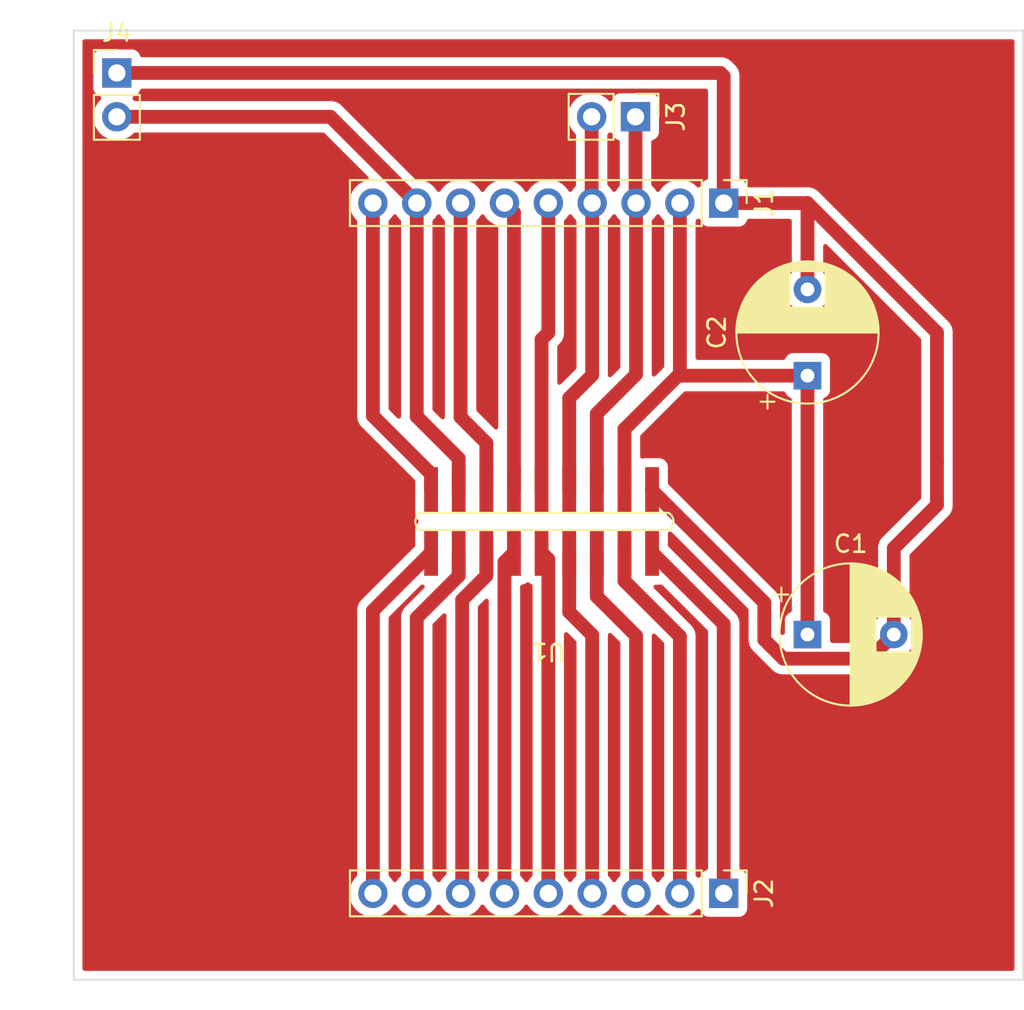
<source format=kicad_pcb>
(kicad_pcb (version 20211014) (generator pcbnew)
  (layers (0 "F.Cu" signal) (31 "B.Cu" signal) (34 "B.Paste" user) (35 "F.Paste" user) (36 "B.SilkS" user "B.Silkscreen") (37 "F.SilkS" user "F.Silkscreen") (38 "B.Mask" user) (39 "F.Mask" user) (44 "Edge.Cuts" user))
  (net 0 "")
  (net 1 "/VDD")
  (net 2 "/GND")
  (net 3 "/TXD")
  (net 4 "/RXD")
  (net 5 "/GPIO13")
  (net 6 "/GPIO15")
  (net 7 "/GPIO2")
  (net 8 "/GPIO0")
  (net 9 "/EN")
  (net 10 "/RST")
  (net 11 "/GPIO16")
  (net 12 "/ADC")
  (net 13 "/GPIO14")
  (net 14 "/GPIO12")
  (net 15 "/GPIO5")
  (net 16 "/GPIO10")
  (net 17 "/GPIO9")
  (net 18 "/GPIO4")
  (footprint "esp01m:ESP_01M" (layer "F.Cu") (at 175 75 180)
    (fp_text reference "U1" (at 0 -6 180 unlocked) (layer "F.SilkS"))
    (fp_text value "ESP_01m")
    (fp_line (start -6.95 2.05) (end 7.45 2.05) (layer "F.SilkS") (width 0.12))
    (fp_line (start -6.95 1.05) (end 7.45 1.05) (layer "F.SilkS") (width 0.12))
    (fp_arc (start -6.95 2.05) (mid -7.242955 1.55) (end -6.95 1.05) (layer "F.SilkS") (width 0.12))
    (fp_arc (start 7.45 1.05) (mid 7.710327 1.55) (end 7.45 2.05) (layer "F.SilkS") (width 0.12))
    (pad "1" smd custom (at -6 3.35 180) (size 0.8 2.7) (layers "F.Cu" "F.Paste" "F.Mask") (net 2 "/GND") (options (clearance outline) (anchor rect)) (primitives))
    (pad "2" smd custom (at -4.4 3.35 180) (size 0.8 2.7) (layers "F.Cu" "F.Paste" "F.Mask") (net 1 "/VDD") (options (clearance outline) (anchor rect)) (primitives))
    (pad "3" smd custom (at -2.8 3.35 180) (size 0.8 2.7) (layers "F.Cu" "F.Paste" "F.Mask") (net 3 "/TXD") (options (clearance outline) (anchor rect)) (primitives))
    (pad "4" smd custom (at -1.2 3.35 180) (size 0.8 2.7) (layers "F.Cu" "F.Paste" "F.Mask") (net 4 "/RXD") (options (clearance outline) (anchor rect)) (primitives))
    (pad "5" smd custom (at 0.4 3.35 180) (size 0.8 2.7) (layers "F.Cu" "F.Paste" "F.Mask") (net 5 "/GPIO13") (options (clearance outline) (anchor rect)) (primitives))
    (pad "6" smd custom (at 2 3.35 180) (size 0.8 2.7) (layers "F.Cu" "F.Paste" "F.Mask") (net 6 "/GPIO15") (options (clearance outline) (anchor rect)) (primitives))
    (pad "7" smd custom (at 3.6 3.35 180) (size 0.8 2.7) (layers "F.Cu" "F.Paste" "F.Mask") (net 7 "/GPIO2") (options (clearance outline) (anchor rect)) (primitives))
    (pad "8" smd custom (at 5.2 3.35 180) (size 0.8 2.7) (layers "F.Cu" "F.Paste" "F.Mask") (net 8 "/GPIO0") (options (clearance outline) (anchor rect)) (primitives))
    (pad "9" smd custom (at 6.8 3.35 180) (size 0.8 2.7) (layers "F.Cu" "F.Paste" "F.Mask") (net 9 "/EN") (options (clearance outline) (anchor rect)) (primitives))
    (pad "10" smd custom (at 6.8 -0.25 180) (size 0.8 2.7) (layers "F.Cu" "F.Paste" "F.Mask") (net 18 "/GPIO4") (options (clearance outline) (anchor rect)) (primitives))
    (pad "11" smd custom (at 5.2 -0.25 180) (size 0.8 2.7) (layers "F.Cu" "F.Paste" "F.Mask") (net 17 "/GPIO9") (options (clearance outline) (anchor rect)) (primitives))
    (pad "12" smd custom (at 3.6 -0.25 180) (size 0.8 2.7) (layers "F.Cu" "F.Paste" "F.Mask") (net 16 "/GPIO10") (options (clearance outline) (anchor rect)) (primitives))
    (pad "13" smd custom (at 2 -0.25 180) (size 0.8 2.7) (layers "F.Cu" "F.Paste" "F.Mask") (net 15 "/GPIO5") (options (clearance outline) (anchor rect)) (primitives))
    (pad "14" smd custom (at 0.4 -0.25 180) (size 0.8 2.7) (layers "F.Cu" "F.Paste" "F.Mask") (net 14 "/GPIO12") (options (clearance outline) (anchor rect)) (primitives))
    (pad "15" smd custom (at -1.2 -0.25 180) (size 0.8 2.7) (layers "F.Cu" "F.Paste" "F.Mask") (net 13 "/GPIO14") (options (clearance outline) (anchor rect)) (primitives))
    (pad "16" smd custom (at -2.8 -0.25 180) (size 0.8 2.7) (layers "F.Cu" "F.Paste" "F.Mask") (net 12 "/ADC") (options (clearance outline) (anchor rect)) (primitives))
    (pad "17" smd custom (at -4.4 -0.25 180) (size 0.8 2.7) (layers "F.Cu" "F.Paste" "F.Mask") (net 11 "/GPIO16") (options (clearance outline) (anchor rect)) (primitives))
    (pad "18" smd custom (at -6 -0.25 180) (size 0.8 2.7) (layers "F.Cu" "F.Paste" "F.Mask") (net 10 "/RST") (options (clearance outline) (anchor rect)) (primitives))
  )
  (footprint "Connector_PinHeader_2.54mm:PinHeader_1x02_P2.54mm_Vertical" (layer "F.Cu") (at 180.04 50 -90)
    (fp_text reference "J3" (at 0 -2.33 90) (layer "F.SilkS"))
    (fp_text value "Conn_01x02_Male")
    (fp_line (start -1.33 0) (end -1.33 -1.33) (layer "F.SilkS") (width 0.12))
    (fp_line (start -1.33 1.27) (end -1.33 3.87) (layer "F.SilkS") (width 0.12))
    (fp_line (start 1.33 1.27) (end 1.33 3.87) (layer "F.SilkS") (width 0.12))
    (fp_line (start -1.33 1.27) (end 1.33 1.27) (layer "F.SilkS") (width 0.12))
    (fp_line (start -1.33 -1.33) (end 0 -1.33) (layer "F.SilkS") (width 0.12))
    (fp_line (start -1.33 3.87) (end 1.33 3.87) (layer "F.SilkS") (width 0.12))
    (pad "1" thru_hole rect (at 0 0 270) (size 1.7 1.7) (drill 1) (layers *.Cu *.Mask) (net 3 "/TXD"))
    (pad "2" thru_hole oval (at 0 2.54 270) (size 1.7 1.7) (drill 1) (layers *.Cu *.Mask) (net 4 "/RXD"))
  )
  (footprint "Connector_PinHeader_2.54mm:PinHeader_1x09_P2.54mm_Vertical" (layer "F.Cu") (at 185.15 95 -90)
    (fp_text reference "J2" (at 0 -2.33 90) (layer "F.SilkS"))
    (fp_text value "Conn_01x09_Male")
    (fp_line (start -1.33 21.65) (end 1.33 21.65) (layer "F.SilkS") (width 0.12))
    (fp_line (start -1.33 0) (end -1.33 -1.33) (layer "F.SilkS") (width 0.12))
    (fp_line (start 1.33 1.27) (end 1.33 21.65) (layer "F.SilkS") (width 0.12))
    (fp_line (start -1.33 1.27) (end 1.33 1.27) (layer "F.SilkS") (width 0.12))
    (fp_line (start -1.33 -1.33) (end 0 -1.33) (layer "F.SilkS") (width 0.12))
    (fp_line (start -1.33 1.27) (end -1.33 21.65) (layer "F.SilkS") (width 0.12))
    (pad "1" thru_hole rect (at 0 0 270) (size 1.7 1.7) (drill 1) (layers *.Cu *.Mask) (net 10 "/RST"))
    (pad "2" thru_hole oval (at 0 2.54 270) (size 1.7 1.7) (drill 1) (layers *.Cu *.Mask) (net 11 "/GPIO16"))
    (pad "3" thru_hole oval (at 0 5.08 270) (size 1.7 1.7) (drill 1) (layers *.Cu *.Mask) (net 12 "/ADC"))
    (pad "4" thru_hole oval (at 0 7.62 270) (size 1.7 1.7) (drill 1) (layers *.Cu *.Mask) (net 13 "/GPIO14"))
    (pad "5" thru_hole oval (at 0 10.16 270) (size 1.7 1.7) (drill 1) (layers *.Cu *.Mask) (net 14 "/GPIO12"))
    (pad "6" thru_hole oval (at 0 12.7 270) (size 1.7 1.7) (drill 1) (layers *.Cu *.Mask) (net 15 "/GPIO5"))
    (pad "7" thru_hole oval (at 0 15.24 270) (size 1.7 1.7) (drill 1) (layers *.Cu *.Mask) (net 16 "/GPIO10"))
    (pad "8" thru_hole oval (at 0 17.78 270) (size 1.7 1.7) (drill 1) (layers *.Cu *.Mask) (net 17 "/GPIO9"))
    (pad "9" thru_hole oval (at 0 20.32 270) (size 1.7 1.7) (drill 1) (layers *.Cu *.Mask) (net 18 "/GPIO4"))
  )
  (footprint "Connector_PinHeader_2.54mm:PinHeader_1x09_P2.54mm_Vertical" (layer "F.Cu") (at 185.15 55 -90)
    (fp_text reference "J1" (at 0 -2.33 90) (layer "F.SilkS"))
    (fp_text value "Conn_01x09_Male")
    (fp_line (start -1.33 1.27) (end 1.33 1.27) (layer "F.SilkS") (width 0.12))
    (fp_line (start -1.33 21.65) (end 1.33 21.65) (layer "F.SilkS") (width 0.12))
    (fp_line (start 1.33 1.27) (end 1.33 21.65) (layer "F.SilkS") (width 0.12))
    (fp_line (start -1.33 -1.33) (end 0 -1.33) (layer "F.SilkS") (width 0.12))
    (fp_line (start -1.33 1.27) (end -1.33 21.65) (layer "F.SilkS") (width 0.12))
    (fp_line (start -1.33 0) (end -1.33 -1.33) (layer "F.SilkS") (width 0.12))
    (pad "1" thru_hole rect (at 0 0 270) (size 1.7 1.7) (drill 1) (layers *.Cu *.Mask) (net 2 "/GND"))
    (pad "2" thru_hole oval (at 0 2.54 270) (size 1.7 1.7) (drill 1) (layers *.Cu *.Mask) (net 1 "/VDD"))
    (pad "3" thru_hole oval (at 0 5.08 270) (size 1.7 1.7) (drill 1) (layers *.Cu *.Mask) (net 3 "/TXD"))
    (pad "4" thru_hole oval (at 0 7.62 270) (size 1.7 1.7) (drill 1) (layers *.Cu *.Mask) (net 4 "/RXD"))
    (pad "5" thru_hole oval (at 0 10.16 270) (size 1.7 1.7) (drill 1) (layers *.Cu *.Mask) (net 5 "/GPIO13"))
    (pad "6" thru_hole oval (at 0 12.7 270) (size 1.7 1.7) (drill 1) (layers *.Cu *.Mask) (net 6 "/GPIO15"))
    (pad "7" thru_hole oval (at 0 15.24 270) (size 1.7 1.7) (drill 1) (layers *.Cu *.Mask) (net 7 "/GPIO2"))
    (pad "8" thru_hole oval (at 0 17.78 270) (size 1.7 1.7) (drill 1) (layers *.Cu *.Mask) (net 8 "/GPIO0"))
    (pad "9" thru_hole oval (at 0 20.32 270) (size 1.7 1.7) (drill 1) (layers *.Cu *.Mask) (net 9 "/EN"))
  )
  (footprint "Connector_PinHeader_2.54mm:PinHeader_1x02_P2.54mm_Vertical" (layer "F.Cu") (at 150 47.46)
    (fp_text reference "J4" (at 0 -2.33) (layer "F.SilkS"))
    (fp_text value "Conn_01x02_Male")
    (fp_line (start -1.33 0) (end -1.33 -1.33) (layer "F.SilkS") (width 0.12))
    (fp_line (start -1.33 -1.33) (end 0 -1.33) (layer "F.SilkS") (width 0.12))
    (fp_line (start 1.33 1.27) (end 1.33 3.87) (layer "F.SilkS") (width 0.12))
    (fp_line (start -1.33 3.87) (end 1.33 3.87) (layer "F.SilkS") (width 0.12))
    (fp_line (start -1.33 1.27) (end 1.33 1.27) (layer "F.SilkS") (width 0.12))
    (fp_line (start -1.33 1.27) (end -1.33 3.87) (layer "F.SilkS") (width 0.12))
    (pad "1" thru_hole rect (at 0 0) (size 1.7 1.7) (drill 1) (layers *.Cu *.Mask) (net 2 "/GND"))
    (pad "2" thru_hole oval (at 0 2.54) (size 1.7 1.7) (drill 1) (layers *.Cu *.Mask) (net 8 "/GPIO0"))
  )
  (footprint "Capacitor_THT:CP_Radial_D8.0mm_P5.00mm" (layer "F.Cu") (at 190 80)
    (fp_text reference "C1" (at 2.5 -5.25) (layer "F.SilkS"))
    (fp_text value "10uF")
    (fp_line (start 6.261 -1.645) (end 6.261 1.645) (layer "F.SilkS") (width 0.12))
    (fp_line (start 3.901 -3.835) (end 3.901 3.835) (layer "F.SilkS") (width 0.12))
    (fp_line (start 5.661 1.04) (end 5.661 2.604) (layer "F.SilkS") (width 0.12))
    (fp_line (start 4.461 1.04) (end 4.461 3.584) (layer "F.SilkS") (width 0.12))
    (fp_line (start 4.661 1.04) (end 4.661 3.469) (layer "F.SilkS") (width 0.12))
    (fp_line (start 3.981 -3.805) (end 3.981 -1.04) (layer "F.SilkS") (width 0.12))
    (fp_line (start 5.621 1.04) (end 5.621 2.651) (layer "F.SilkS") (width 0.12))
    (fp_line (start 6.381 -1.346) (end 6.381 1.346) (layer "F.SilkS") (width 0.12))
    (fp_line (start 3.02 -4.048) (end 3.02 4.048) (layer "F.SilkS") (width 0.12))
    (fp_line (start 3.461 -3.967) (end 3.461 3.967) (layer "F.SilkS") (width 0.12))
    (fp_line (start 5.501 1.04) (end 5.501 2.784) (layer "F.SilkS") (width 0.12))
    (fp_line (start 2.78 -4.071) (end 2.78 4.071) (layer "F.SilkS") (width 0.12))
    (fp_line (start 3.501 -3.957) (end 3.501 3.957) (layer "F.SilkS") (width 0.12))
    (fp_line (start 5.181 -3.09) (end 5.181 -1.04) (layer "F.SilkS") (width 0.12))
    (fp_line (start -1.909698 -2.315) (end -1.109698 -2.315) (layer "F.SilkS") (width 0.12))
    (fp_line (start 4.981 -3.25) (end 4.981 -1.04) (layer "F.SilkS") (width 0.12))
    (fp_line (start 4.661 -3.469) (end 4.661 -1.04) (layer "F.SilkS") (width 0.12))
    (fp_line (start 3.861 -3.85) (end 3.861 3.85) (layer "F.SilkS") (width 0.12))
    (fp_line (start 4.181 -3.722) (end 4.181 -1.04) (layer "F.SilkS") (width 0.12))
    (fp_line (start 3.581 -3.936) (end 3.581 3.936) (layer "F.SilkS") (width 0.12))
    (fp_line (start 2.98 -4.052) (end 2.98 4.052) (layer "F.SilkS") (width 0.12))
    (fp_line (start 4.581 1.04) (end 4.581 3.517) (layer "F.SilkS") (width 0.12))
    (fp_line (start 3.941 -3.821) (end 3.941 3.821) (layer "F.SilkS") (width 0.12))
    (fp_line (start 6.421 -1.229) (end 6.421 1.229) (layer "F.SilkS") (width 0.12))
    (fp_line (start 3.821 -3.863) (end 3.821 3.863) (layer "F.SilkS") (width 0.12))
    (fp_line (start 5.781 -2.454) (end 5.781 -1.04) (layer "F.SilkS") (width 0.12))
    (fp_line (start 5.261 -3.019) (end 5.261 -1.04) (layer "F.SilkS") (width 0.12))
    (fp_line (start 4.941 -3.28) (end 4.941 -1.04) (layer "F.SilkS") (width 0.12))
    (fp_line (start 5.621 -2.651) (end 5.621 -1.04) (layer "F.SilkS") (width 0.12))
    (fp_line (start 4.021 -3.79) (end 4.021 -1.04) (layer "F.SilkS") (width 0.12))
    (fp_line (start 4.501 1.04) (end 4.501 3.562) (layer "F.SilkS") (width 0.12))
    (fp_line (start 3.221 -4.017) (end 3.221 4.017) (layer "F.SilkS") (width 0.12))
    (fp_line (start 5.061 -3.189) (end 5.061 -1.04) (layer "F.SilkS") (width 0.12))
    (fp_line (start 6.141 -1.89) (end 6.141 1.89) (layer "F.SilkS") (width 0.12))
    (fp_line (start 4.221 -3.704) (end 4.221 -1.04) (layer "F.SilkS") (width 0.12))
    (fp_line (start 2.74 -4.074) (end 2.74 4.074) (layer "F.SilkS") (width 0.12))
    (fp_line (start 4.141 1.04) (end 4.141 3.74) (layer "F.SilkS") (width 0.12))
    (fp_line (start -1.509698 -2.715) (end -1.509698 -1.915) (layer "F.SilkS") (width 0.12))
    (fp_line (start 5.021 -3.22) (end 5.021 -1.04) (layer "F.SilkS") (width 0.12))
    (fp_line (start 4.021 1.04) (end 4.021 3.79) (layer "F.SilkS") (width 0.12))
    (fp_line (start 5.741 -2.505) (end 5.741 -1.04) (layer "F.SilkS") (width 0.12))
    (fp_line (start 5.221 -3.055) (end 5.221 -1.04) (layer "F.SilkS") (width 0.12))
    (fp_line (start 6.581 -0.533) (end 6.581 0.533) (layer "F.SilkS") (width 0.12))
    (fp_line (start 4.501 -3.562) (end 4.501 -1.04) (layer "F.SilkS") (width 0.12))
    (fp_line (start 5.341 1.04) (end 5.341 2.945) (layer "F.SilkS") (width 0.12))
    (fp_line (start 4.301 1.04) (end 4.301 3.666) (layer "F.SilkS") (width 0.12))
    (fp_line (start 5.101 1.04) (end 5.101 3.156) (layer "F.SilkS") (width 0.12))
    (fp_line (start 6.541 -0.768) (end 6.541 0.768) (layer "F.SilkS") (width 0.12))
    (fp_line (start 5.221 1.04) (end 5.221 3.055) (layer "F.SilkS") (width 0.12))
    (fp_line (start 5.461 -2.826) (end 5.461 -1.04) (layer "F.SilkS") (width 0.12))
    (fp_line (start 3.301 -4.002) (end 3.301 4.002) (layer "F.SilkS") (width 0.12))
    (fp_line (start 5.581 1.04) (end 5.581 2.697) (layer "F.SilkS") (width 0.12))
    (fp_line (start 6.461 -1.098) (end 6.461 1.098) (layer "F.SilkS") (width 0.12))
    (fp_line (start 4.221 1.04) (end 4.221 3.704) (layer "F.SilkS") (width 0.12))
    (fp_line (start 5.861 1.04) (end 5.861 2.345) (layer "F.SilkS") (width 0.12))
    (fp_line (start 4.381 1.04) (end 4.381 3.627) (layer "F.SilkS") (width 0.12))
    (fp_line (start 5.781 1.04) (end 5.781 2.454) (layer "F.SilkS") (width 0.12))
    (fp_line (start 5.301 -2.983) (end 5.301 -1.04) (layer "F.SilkS") (width 0.12))
    (fp_line (start 4.981 1.04) (end 4.981 3.25) (layer "F.SilkS") (width 0.12))
    (fp_line (start 5.901 -2.287) (end 5.901 -1.04) (layer "F.SilkS") (width 0.12))
    (fp_line (start 4.541 -3.54) (end 4.541 -1.04) (layer "F.SilkS") (width 0.12))
    (fp_line (start 4.061 1.04) (end 4.061 3.774) (layer "F.SilkS") (width 0.12))
    (fp_line (start 5.861 -2.345) (end 5.861 -1.04) (layer "F.SilkS") (width 0.12))
    (fp_line (start 2.86 -4.065) (end 2.86 4.065) (layer "F.SilkS") (width 0.12))
    (fp_line (start 3.661 -3.914) (end 3.661 3.914) (layer "F.SilkS") (width 0.12))
    (fp_line (start 4.421 1.04) (end 4.421 3.606) (layer "F.SilkS") (width 0.12))
    (fp_line (start 5.981 1.04) (end 5.981 2.166) (layer "F.SilkS") (width 0.12))
    (fp_line (start 4.101 -3.757) (end 4.101 -1.04) (layer "F.SilkS") (width 0.12))
    (fp_line (start 2.62 -4.079) (end 2.62 4.079) (layer "F.SilkS") (width 0.12))
    (fp_line (start 6.301 -1.552) (end 6.301 1.552) (layer "F.SilkS") (width 0.12))
    (fp_line (start 6.021 1.04) (end 6.021 2.102) (layer "F.SilkS") (width 0.12))
    (fp_line (start 4.621 1.04) (end 4.621 3.493) (layer "F.SilkS") (width 0.12))
    (fp_line (start 5.941 1.04) (end 5.941 2.228) (layer "F.SilkS") (width 0.12))
    (fp_line (start 3.06 -4.042) (end 3.06 4.042) (layer "F.SilkS") (width 0.12))
    (fp_line (start 5.581 -2.697) (end 5.581 -1.04) (layer "F.SilkS") (width 0.12))
    (fp_line (start 2.94 -4.057) (end 2.94 4.057) (layer "F.SilkS") (width 0.12))
    (fp_line (start 5.381 1.04) (end 5.381 2.907) (layer "F.SilkS") (width 0.12))
    (fp_line (start 5.181 1.04) (end 5.181 3.09) (layer "F.SilkS") (width 0.12))
    (fp_line (start 3.621 -3.925) (end 3.621 3.925) (layer "F.SilkS") (width 0.12))
    (fp_line (start 5.421 1.04) (end 5.421 2.867) (layer "F.SilkS") (width 0.12))
    (fp_line (start 5.301 1.04) (end 5.301 2.983) (layer "F.SilkS") (width 0.12))
    (fp_line (start 6.181 -1.813) (end 6.181 1.813) (layer "F.SilkS") (width 0.12))
    (fp_line (start 4.901 1.04) (end 4.901 3.309) (layer "F.SilkS") (width 0.12))
    (fp_line (start 2.58 -4.08) (end 2.58 4.08) (layer "F.SilkS") (width 0.12))
    (fp_line (start 6.501 -0.948) (end 6.501 0.948) (layer "F.SilkS") (width 0.12))
    (fp_line (start 6.021 -2.102) (end 6.021 -1.04) (layer "F.SilkS") (width 0.12))
    (fp_line (start 5.701 1.04) (end 5.701 2.556) (layer "F.SilkS") (width 0.12))
    (fp_line (start 4.821 1.04) (end 4.821 3.365) (layer "F.SilkS") (width 0.12))
    (fp_line (start 4.701 1.04) (end 4.701 3.444) (layer "F.SilkS") (width 0.12))
    (fp_line (start 3.1 -4.037) (end 3.1 4.037) (layer "F.SilkS") (width 0.12))
    (fp_line (start 4.741 -3.418) (end 4.741 -1.04) (layer "F.SilkS") (width 0.12))
    (fp_line (start 4.821 -3.365) (end 4.821 -1.04) (layer "F.SilkS") (width 0.12))
    (fp_line (start 4.421 -3.606) (end 4.421 -1.04) (layer "F.SilkS") (width 0.12))
    (fp_line (start 2.7 -4.076) (end 2.7 4.076) (layer "F.SilkS") (width 0.12))
    (fp_line (start 5.381 -2.907) (end 5.381 -1.04) (layer "F.SilkS") (width 0.12))
    (fp_line (start 4.341 1.04) (end 4.341 3.647) (layer "F.SilkS") (width 0.12))
    (fp_line (start 2.9 -4.061) (end 2.9 4.061) (layer "F.SilkS") (width 0.12))
    (fp_line (start 5.141 -3.124) (end 5.141 -1.04) (layer "F.SilkS") (width 0.12))
    (fp_line (start 4.101 1.04) (end 4.101 3.757) (layer "F.SilkS") (width 0.12))
    (fp_line (start 4.701 -3.444) (end 4.701 -1.04) (layer "F.SilkS") (width 0.12))
    (fp_line (start 5.341 -2.945) (end 5.341 -1.04) (layer "F.SilkS") (width 0.12))
    (fp_line (start 4.581 -3.517) (end 4.581 -1.04) (layer "F.SilkS") (width 0.12))
    (fp_line (start 3.381 -3.985) (end 3.381 3.985) (layer "F.SilkS") (width 0.12))
    (fp_line (start 4.861 -3.338) (end 4.861 -1.04) (layer "F.SilkS") (width 0.12))
    (fp_line (start 3.421 -3.976) (end 3.421 3.976) (layer "F.SilkS") (width 0.12))
    (fp_line (start 3.781 -3.877) (end 3.781 3.877) (layer "F.SilkS") (width 0.12))
    (fp_line (start 5.101 -3.156) (end 5.101 -1.04) (layer "F.SilkS") (width 0.12))
    (fp_line (start 2.5 -4.08) (end 2.5 4.08) (layer "F.SilkS") (width 0.12))
    (fp_line (start 4.181 1.04) (end 4.181 3.722) (layer "F.SilkS") (width 0.12))
    (fp_line (start 3.261 -4.01) (end 3.261 4.01) (layer "F.SilkS") (width 0.12))
    (fp_line (start 5.461 1.04) (end 5.461 2.826) (layer "F.SilkS") (width 0.12))
    (fp_line (start 3.701 -3.902) (end 3.701 3.902) (layer "F.SilkS") (width 0.12))
    (fp_line (start 2.82 -4.068) (end 2.82 4.068) (layer "F.SilkS") (width 0.12))
    (fp_line (start 5.901 1.04) (end 5.901 2.287) (layer "F.SilkS") (width 0.12))
    (fp_line (start 4.461 -3.584) (end 4.461 -1.04) (layer "F.SilkS") (width 0.12))
    (fp_line (start 4.541 1.04) (end 4.541 3.54) (layer "F.SilkS") (width 0.12))
    (fp_line (start 6.221 -1.731) (end 6.221 1.731) (layer "F.SilkS") (width 0.12))
    (fp_line (start 5.421 -2.867) (end 5.421 -1.04) (layer "F.SilkS") (width 0.12))
    (fp_line (start 4.941 1.04) (end 4.941 3.28) (layer "F.SilkS") (width 0.12))
    (fp_line (start 5.701 -2.556) (end 5.701 -1.04) (layer "F.SilkS") (width 0.12))
    (fp_line (start 2.54 -4.08) (end 2.54 4.08) (layer "F.SilkS") (width 0.12))
    (fp_line (start 5.021 1.04) (end 5.021 3.22) (layer "F.SilkS") (width 0.12))
    (fp_line (start 4.781 -3.392) (end 4.781 -1.04) (layer "F.SilkS") (width 0.12))
    (fp_line (start 4.621 -3.493) (end 4.621 -1.04) (layer "F.SilkS") (width 0.12))
    (fp_line (start 4.261 -3.686) (end 4.261 -1.04) (layer "F.SilkS") (width 0.12))
    (fp_line (start 2.66 -4.077) (end 2.66 4.077) (layer "F.SilkS") (width 0.12))
    (fp_line (start 3.341 -3.994) (end 3.341 3.994) (layer "F.SilkS") (width 0.12))
    (fp_line (start 6.341 -1.453) (end 6.341 1.453) (layer "F.SilkS") (width 0.12))
    (fp_line (start 5.821 1.04) (end 5.821 2.4) (layer "F.SilkS") (width 0.12))
    (fp_line (start 5.661 -2.604) (end 5.661 -1.04) (layer "F.SilkS") (width 0.12))
    (fp_line (start 5.501 -2.784) (end 5.501 -1.04) (layer "F.SilkS") (width 0.12))
    (fp_line (start 5.541 1.04) (end 5.541 2.741) (layer "F.SilkS") (width 0.12))
    (fp_line (start 4.341 -3.647) (end 4.341 -1.04) (layer "F.SilkS") (width 0.12))
    (fp_line (start 4.741 1.04) (end 4.741 3.418) (layer "F.SilkS") (width 0.12))
    (fp_line (start 6.061 -2.034) (end 6.061 2.034) (layer "F.SilkS") (width 0.12))
    (fp_line (start 5.941 -2.228) (end 5.941 -1.04) (layer "F.SilkS") (width 0.12))
    (fp_line (start 5.261 1.04) (end 5.261 3.019) (layer "F.SilkS") (width 0.12))
    (fp_line (start 4.901 -3.309) (end 4.901 -1.04) (layer "F.SilkS") (width 0.12))
    (fp_line (start 4.261 1.04) (end 4.261 3.686) (layer "F.SilkS") (width 0.12))
    (fp_line (start 4.301 -3.666) (end 4.301 -1.04) (layer "F.SilkS") (width 0.12))
    (fp_line (start 6.101 -1.964) (end 6.101 1.964) (layer "F.SilkS") (width 0.12))
    (fp_line (start 4.781 1.04) (end 4.781 3.392) (layer "F.SilkS") (width 0.12))
    (fp_line (start 4.061 -3.774) (end 4.061 -1.04) (layer "F.SilkS") (width 0.12))
    (fp_line (start 3.18 -4.024) (end 3.18 4.024) (layer "F.SilkS") (width 0.12))
    (fp_line (start 5.541 -2.741) (end 5.541 -1.04) (layer "F.SilkS") (width 0.12))
    (fp_line (start 3.541 -3.947) (end 3.541 3.947) (layer "F.SilkS") (width 0.12))
    (fp_line (start 5.141 1.04) (end 5.141 3.124) (layer "F.SilkS") (width 0.12))
    (fp_line (start 5.821 -2.4) (end 5.821 -1.04) (layer "F.SilkS") (width 0.12))
    (fp_line (start 4.141 -3.74) (end 4.141 -1.04) (layer "F.SilkS") (width 0.12))
    (fp_line (start 3.14 -4.03) (end 3.14 4.03) (layer "F.SilkS") (width 0.12))
    (fp_line (start 5.741 1.04) (end 5.741 2.505) (layer "F.SilkS") (width 0.12))
    (fp_line (start 5.981 -2.166) (end 5.981 -1.04) (layer "F.SilkS") (width 0.12))
    (fp_line (start 4.861 1.04) (end 4.861 3.338) (layer "F.SilkS") (width 0.12))
    (fp_line (start 5.061 1.04) (end 5.061 3.189) (layer "F.SilkS") (width 0.12))
    (fp_line (start 4.381 -3.627) (end 4.381 -1.04) (layer "F.SilkS") (width 0.12))
    (fp_line (start 3.981 1.04) (end 3.981 3.805) (layer "F.SilkS") (width 0.12))
    (fp_line (start 3.741 -3.889) (end 3.741 3.889) (layer "F.SilkS") (width 0.12))
    (fp_circle (center 2.5 0) (end 6.62 0) (layer "F.SilkS") (width 0.12) (fill none))
    (pad "1" thru_hole rect (at 0 0) (size 1.6 1.6) (drill 0.8) (layers *.Cu *.Mask) (net 1 "/VDD"))
    (pad "2" thru_hole circle (at 5 0) (size 1.6 1.6) (drill 0.8) (layers *.Cu *.Mask) (net 2 "/GND"))
  )
  (footprint "Capacitor_THT:CP_Radial_D8.0mm_P5.00mm" (layer "F.Cu") (at 190 65 90)
    (fp_text reference "C2" (at 2.5 -5.25 90) (layer "F.SilkS"))
    (fp_text value "100nF")
    (fp_line (start 4.661 1.04) (end 4.661 3.469) (layer "F.SilkS") (width 0.12))
    (fp_line (start 4.901 1.04) (end 4.901 3.309) (layer "F.SilkS") (width 0.12))
    (fp_line (start 4.101 -3.757) (end 4.101 -1.04) (layer "F.SilkS") (width 0.12))
    (fp_line (start 3.981 -3.805) (end 3.981 -1.04) (layer "F.SilkS") (width 0.12))
    (fp_line (start 6.021 1.04) (end 6.021 2.102) (layer "F.SilkS") (width 0.12))
    (fp_line (start 5.181 -3.09) (end 5.181 -1.04) (layer "F.SilkS") (width 0.12))
    (fp_line (start 4.501 1.04) (end 4.501 3.562) (layer "F.SilkS") (width 0.12))
    (fp_line (start 5.101 -3.156) (end 5.101 -1.04) (layer "F.SilkS") (width 0.12))
    (fp_line (start 4.181 -3.722) (end 4.181 -1.04) (layer "F.SilkS") (width 0.12))
    (fp_line (start 4.061 1.04) (end 4.061 3.774) (layer "F.SilkS") (width 0.12))
    (fp_line (start 5.781 -2.454) (end 5.781 -1.04) (layer "F.SilkS") (width 0.12))
    (fp_line (start 4.141 1.04) (end 4.141 3.74) (layer "F.SilkS") (width 0.12))
    (fp_line (start 2.82 -4.068) (end 2.82 4.068) (layer "F.SilkS") (width 0.12))
    (fp_line (start 6.221 -1.731) (end 6.221 1.731) (layer "F.SilkS") (width 0.12))
    (fp_line (start 4.781 1.04) (end 4.781 3.392) (layer "F.SilkS") (width 0.12))
    (fp_line (start 4.141 -3.74) (end 4.141 -1.04) (layer "F.SilkS") (width 0.12))
    (fp_line (start 4.861 -3.338) (end 4.861 -1.04) (layer "F.SilkS") (width 0.12))
    (fp_line (start 4.261 -3.686) (end 4.261 -1.04) (layer "F.SilkS") (width 0.12))
    (fp_line (start 6.461 -1.098) (end 6.461 1.098) (layer "F.SilkS") (width 0.12))
    (fp_line (start 6.101 -1.964) (end 6.101 1.964) (layer "F.SilkS") (width 0.12))
    (fp_line (start 4.421 -3.606) (end 4.421 -1.04) (layer "F.SilkS") (width 0.12))
    (fp_line (start 2.94 -4.057) (end 2.94 4.057) (layer "F.SilkS") (width 0.12))
    (fp_line (start 3.701 -3.902) (end 3.701 3.902) (layer "F.SilkS") (width 0.12))
    (fp_line (start 2.9 -4.061) (end 2.9 4.061) (layer "F.SilkS") (width 0.12))
    (fp_line (start 4.941 -3.28) (end 4.941 -1.04) (layer "F.SilkS") (width 0.12))
    (fp_line (start 2.5 -4.08) (end 2.5 4.08) (layer "F.SilkS") (width 0.12))
    (fp_line (start 5.901 1.04) (end 5.901 2.287) (layer "F.SilkS") (width 0.12))
    (fp_line (start 3.461 -3.967) (end 3.461 3.967) (layer "F.SilkS") (width 0.12))
    (fp_line (start 2.58 -4.08) (end 2.58 4.08) (layer "F.SilkS") (width 0.12))
    (fp_line (start 5.261 -3.019) (end 5.261 -1.04) (layer "F.SilkS") (width 0.12))
    (fp_line (start 4.061 -3.774) (end 4.061 -1.04) (layer "F.SilkS") (width 0.12))
    (fp_line (start 3.941 -3.821) (end 3.941 3.821) (layer "F.SilkS") (width 0.12))
    (fp_line (start 5.061 1.04) (end 5.061 3.189) (layer "F.SilkS") (width 0.12))
    (fp_line (start 4.181 1.04) (end 4.181 3.722) (layer "F.SilkS") (width 0.12))
    (fp_line (start 5.821 -2.4) (end 5.821 -1.04) (layer "F.SilkS") (width 0.12))
    (fp_line (start 5.461 1.04) (end 5.461 2.826) (layer "F.SilkS") (width 0.12))
    (fp_line (start 4.381 -3.627) (end 4.381 -1.04) (layer "F.SilkS") (width 0.12))
    (fp_line (start 2.62 -4.079) (end 2.62 4.079) (layer "F.SilkS") (width 0.12))
    (fp_line (start 3.02 -4.048) (end 3.02 4.048) (layer "F.SilkS") (width 0.12))
    (fp_line (start 5.421 1.04) (end 5.421 2.867) (layer "F.SilkS") (width 0.12))
    (fp_line (start 4.461 -3.584) (end 4.461 -1.04) (layer "F.SilkS") (width 0.12))
    (fp_line (start 3.901 -3.835) (end 3.901 3.835) (layer "F.SilkS") (width 0.12))
    (fp_line (start 5.541 -2.741) (end 5.541 -1.04) (layer "F.SilkS") (width 0.12))
    (fp_line (start 4.621 1.04) (end 4.621 3.493) (layer "F.SilkS") (width 0.12))
    (fp_line (start 3.06 -4.042) (end 3.06 4.042) (layer "F.SilkS") (width 0.12))
    (fp_line (start 4.541 -3.54) (end 4.541 -1.04) (layer "F.SilkS") (width 0.12))
    (fp_line (start 5.141 -3.124) (end 5.141 -1.04) (layer "F.SilkS") (width 0.12))
    (fp_line (start 6.061 -2.034) (end 6.061 2.034) (layer "F.SilkS") (width 0.12))
    (fp_line (start 4.621 -3.493) (end 4.621 -1.04) (layer "F.SilkS") (width 0.12))
    (fp_line (start 5.701 1.04) (end 5.701 2.556) (layer "F.SilkS") (width 0.12))
    (fp_line (start 5.021 1.04) (end 5.021 3.22) (layer "F.SilkS") (width 0.12))
    (fp_line (start 6.341 -1.453) (end 6.341 1.453) (layer "F.SilkS") (width 0.12))
    (fp_line (start 2.7 -4.076) (end 2.7 4.076) (layer "F.SilkS") (width 0.12))
    (fp_line (start 2.66 -4.077) (end 2.66 4.077) (layer "F.SilkS") (width 0.12))
    (fp_line (start 6.141 -1.89) (end 6.141 1.89) (layer "F.SilkS") (width 0.12))
    (fp_line (start 5.661 1.04) (end 5.661 2.604) (layer "F.SilkS") (width 0.12))
    (fp_line (start 5.621 1.04) (end 5.621 2.651) (layer "F.SilkS") (width 0.12))
    (fp_line (start 4.341 -3.647) (end 4.341 -1.04) (layer "F.SilkS") (width 0.12))
    (fp_line (start 4.501 -3.562) (end 4.501 -1.04) (layer "F.SilkS") (width 0.12))
    (fp_line (start 6.541 -0.768) (end 6.541 0.768) (layer "F.SilkS") (width 0.12))
    (fp_line (start 4.301 1.04) (end 4.301 3.666) (layer "F.SilkS") (width 0.12))
    (fp_line (start 4.021 1.04) (end 4.021 3.79) (layer "F.SilkS") (width 0.12))
    (fp_line (start 5.421 -2.867) (end 5.421 -1.04) (layer "F.SilkS") (width 0.12))
    (fp_line (start 3.861 -3.85) (end 3.861 3.85) (layer "F.SilkS") (width 0.12))
    (fp_line (start 5.381 -2.907) (end 5.381 -1.04) (layer "F.SilkS") (width 0.12))
    (fp_line (start 5.941 1.04) (end 5.941 2.228) (layer "F.SilkS") (width 0.12))
    (fp_line (start 5.741 1.04) (end 5.741 2.505) (layer "F.SilkS") (width 0.12))
    (fp_line (start 3.421 -3.976) (end 3.421 3.976) (layer "F.SilkS") (width 0.12))
    (fp_line (start 2.78 -4.071) (end 2.78 4.071) (layer "F.SilkS") (width 0.12))
    (fp_line (start 2.86 -4.065) (end 2.86 4.065) (layer "F.SilkS") (width 0.12))
    (fp_line (start 6.421 -1.229) (end 6.421 1.229) (layer "F.SilkS") (width 0.12))
    (fp_line (start 3.821 -3.863) (end 3.821 3.863) (layer "F.SilkS") (width 0.12))
    (fp_line (start 5.381 1.04) (end 5.381 2.907) (layer "F.SilkS") (width 0.12))
    (fp_line (start 4.661 -3.469) (end 4.661 -1.04) (layer "F.SilkS") (width 0.12))
    (fp_line (start -1.509698 -2.715) (end -1.509698 -1.915) (layer "F.SilkS") (width 0.12))
    (fp_line (start 5.621 -2.651) (end 5.621 -1.04) (layer "F.SilkS") (width 0.12))
    (fp_line (start 4.781 -3.392) (end 4.781 -1.04) (layer "F.SilkS") (width 0.12))
    (fp_line (start 4.701 1.04) (end 4.701 3.444) (layer "F.SilkS") (width 0.12))
    (fp_line (start -1.909698 -2.315) (end -1.109698 -2.315) (layer "F.SilkS") (width 0.12))
    (fp_line (start 2.74 -4.074) (end 2.74 4.074) (layer "F.SilkS") (width 0.12))
    (fp_line (start 6.381 -1.346) (end 6.381 1.346) (layer "F.SilkS") (width 0.12))
    (fp_line (start 4.941 1.04) (end 4.941 3.28) (layer "F.SilkS") (width 0.12))
    (fp_line (start 5.861 -2.345) (end 5.861 -1.04) (layer "F.SilkS") (width 0.12))
    (fp_line (start 4.741 -3.418) (end 4.741 -1.04) (layer "F.SilkS") (width 0.12))
    (fp_line (start 3.781 -3.877) (end 3.781 3.877) (layer "F.SilkS") (width 0.12))
    (fp_line (start 5.061 -3.189) (end 5.061 -1.04) (layer "F.SilkS") (width 0.12))
    (fp_line (start 5.501 1.04) (end 5.501 2.784) (layer "F.SilkS") (width 0.12))
    (fp_line (start 5.221 1.04) (end 5.221 3.055) (layer "F.SilkS") (width 0.12))
    (fp_line (start 6.021 -2.102) (end 6.021 -1.04) (layer "F.SilkS") (width 0.12))
    (fp_line (start 3.381 -3.985) (end 3.381 3.985) (layer "F.SilkS") (width 0.12))
    (fp_line (start 5.581 1.04) (end 5.581 2.697) (layer "F.SilkS") (width 0.12))
    (fp_line (start 3.1 -4.037) (end 3.1 4.037) (layer "F.SilkS") (width 0.12))
    (fp_line (start 4.461 1.04) (end 4.461 3.584) (layer "F.SilkS") (width 0.12))
    (fp_line (start 2.98 -4.052) (end 2.98 4.052) (layer "F.SilkS") (width 0.12))
    (fp_line (start 4.541 1.04) (end 4.541 3.54) (layer "F.SilkS") (width 0.12))
    (fp_line (start 4.821 1.04) (end 4.821 3.365) (layer "F.SilkS") (width 0.12))
    (fp_line (start 4.821 -3.365) (end 4.821 -1.04) (layer "F.SilkS") (width 0.12))
    (fp_line (start 3.741 -3.889) (end 3.741 3.889) (layer "F.SilkS") (width 0.12))
    (fp_line (start 5.341 -2.945) (end 5.341 -1.04) (layer "F.SilkS") (width 0.12))
    (fp_line (start 5.021 -3.22) (end 5.021 -1.04) (layer "F.SilkS") (width 0.12))
    (fp_line (start 5.301 1.04) (end 5.301 2.983) (layer "F.SilkS") (width 0.12))
    (fp_line (start 4.981 -3.25) (end 4.981 -1.04) (layer "F.SilkS") (width 0.12))
    (fp_line (start 2.54 -4.08) (end 2.54 4.08) (layer "F.SilkS") (width 0.12))
    (fp_line (start 4.581 1.04) (end 4.581 3.517) (layer "F.SilkS") (width 0.12))
    (fp_line (start 5.501 -2.784) (end 5.501 -1.04) (layer "F.SilkS") (width 0.12))
    (fp_line (start 3.501 -3.957) (end 3.501 3.957) (layer "F.SilkS") (width 0.12))
    (fp_line (start 5.301 -2.983) (end 5.301 -1.04) (layer "F.SilkS") (width 0.12))
    (fp_line (start 5.941 -2.228) (end 5.941 -1.04) (layer "F.SilkS") (width 0.12))
    (fp_line (start 4.421 1.04) (end 4.421 3.606) (layer "F.SilkS") (width 0.12))
    (fp_line (start 5.581 -2.697) (end 5.581 -1.04) (layer "F.SilkS") (width 0.12))
    (fp_line (start 4.341 1.04) (end 4.341 3.647) (layer "F.SilkS") (width 0.12))
    (fp_line (start 3.621 -3.925) (end 3.621 3.925) (layer "F.SilkS") (width 0.12))
    (fp_line (start 4.301 -3.666) (end 4.301 -1.04) (layer "F.SilkS") (width 0.12))
    (fp_line (start 4.861 1.04) (end 4.861 3.338) (layer "F.SilkS") (width 0.12))
    (fp_line (start 5.661 -2.604) (end 5.661 -1.04) (layer "F.SilkS") (width 0.12))
    (fp_line (start 4.221 1.04) (end 4.221 3.704) (layer "F.SilkS") (width 0.12))
    (fp_line (start 5.101 1.04) (end 5.101 3.156) (layer "F.SilkS") (width 0.12))
    (fp_line (start 5.821 1.04) (end 5.821 2.4) (layer "F.SilkS") (width 0.12))
    (fp_line (start 4.701 -3.444) (end 4.701 -1.04) (layer "F.SilkS") (width 0.12))
    (fp_line (start 5.701 -2.556) (end 5.701 -1.04) (layer "F.SilkS") (width 0.12))
    (fp_line (start 5.981 1.04) (end 5.981 2.166) (layer "F.SilkS") (width 0.12))
    (fp_line (start 3.341 -3.994) (end 3.341 3.994) (layer "F.SilkS") (width 0.12))
    (fp_line (start 4.901 -3.309) (end 4.901 -1.04) (layer "F.SilkS") (width 0.12))
    (fp_line (start 5.261 1.04) (end 5.261 3.019) (layer "F.SilkS") (width 0.12))
    (fp_line (start 5.901 -2.287) (end 5.901 -1.04) (layer "F.SilkS") (width 0.12))
    (fp_line (start 3.981 1.04) (end 3.981 3.805) (layer "F.SilkS") (width 0.12))
    (fp_line (start 3.18 -4.024) (end 3.18 4.024) (layer "F.SilkS") (width 0.12))
    (fp_line (start 6.261 -1.645) (end 6.261 1.645) (layer "F.SilkS") (width 0.12))
    (fp_line (start 3.221 -4.017) (end 3.221 4.017) (layer "F.SilkS") (width 0.12))
    (fp_line (start 5.741 -2.505) (end 5.741 -1.04) (layer "F.SilkS") (width 0.12))
    (fp_line (start 4.741 1.04) (end 4.741 3.418) (layer "F.SilkS") (width 0.12))
    (fp_line (start 3.581 -3.936) (end 3.581 3.936) (layer "F.SilkS") (width 0.12))
    (fp_line (start 4.261 1.04) (end 4.261 3.686) (layer "F.SilkS") (width 0.12))
    (fp_line (start 3.541 -3.947) (end 3.541 3.947) (layer "F.SilkS") (width 0.12))
    (fp_line (start 6.581 -0.533) (end 6.581 0.533) (layer "F.SilkS") (width 0.12))
    (fp_line (start 4.021 -3.79) (end 4.021 -1.04) (layer "F.SilkS") (width 0.12))
    (fp_line (start 4.221 -3.704) (end 4.221 -1.04) (layer "F.SilkS") (width 0.12))
    (fp_line (start 5.141 1.04) (end 5.141 3.124) (layer "F.SilkS") (width 0.12))
    (fp_line (start 3.261 -4.01) (end 3.261 4.01) (layer "F.SilkS") (width 0.12))
    (fp_line (start 5.981 -2.166) (end 5.981 -1.04) (layer "F.SilkS") (width 0.12))
    (fp_line (start 5.341 1.04) (end 5.341 2.945) (layer "F.SilkS") (width 0.12))
    (fp_line (start 5.541 1.04) (end 5.541 2.741) (layer "F.SilkS") (width 0.12))
    (fp_line (start 6.501 -0.948) (end 6.501 0.948) (layer "F.SilkS") (width 0.12))
    (fp_line (start 5.781 1.04) (end 5.781 2.454) (layer "F.SilkS") (width 0.12))
    (fp_line (start 6.301 -1.552) (end 6.301 1.552) (layer "F.SilkS") (width 0.12))
    (fp_line (start 5.461 -2.826) (end 5.461 -1.04) (layer "F.SilkS") (width 0.12))
    (fp_line (start 4.981 1.04) (end 4.981 3.25) (layer "F.SilkS") (width 0.12))
    (fp_line (start 5.221 -3.055) (end 5.221 -1.04) (layer "F.SilkS") (width 0.12))
    (fp_line (start 3.14 -4.03) (end 3.14 4.03) (layer "F.SilkS") (width 0.12))
    (fp_line (start 3.661 -3.914) (end 3.661 3.914) (layer "F.SilkS") (width 0.12))
    (fp_line (start 4.381 1.04) (end 4.381 3.627) (layer "F.SilkS") (width 0.12))
    (fp_line (start 3.301 -4.002) (end 3.301 4.002) (layer "F.SilkS") (width 0.12))
    (fp_line (start 6.181 -1.813) (end 6.181 1.813) (layer "F.SilkS") (width 0.12))
    (fp_line (start 4.581 -3.517) (end 4.581 -1.04) (layer "F.SilkS") (width 0.12))
    (fp_line (start 5.181 1.04) (end 5.181 3.09) (layer "F.SilkS") (width 0.12))
    (fp_line (start 4.101 1.04) (end 4.101 3.757) (layer "F.SilkS") (width 0.12))
    (fp_line (start 5.861 1.04) (end 5.861 2.345) (layer "F.SilkS") (width 0.12))
    (fp_circle (center 2.5 0) (end 6.62 0) (layer "F.SilkS") (width 0.12) (fill none))
    (pad "1" thru_hole rect (at 0 0 90) (size 1.6 1.6) (drill 0.8) (layers *.Cu *.Mask) (net 1 "/VDD"))
    (pad "2" thru_hole circle (at 5 0 90) (size 1.6 1.6) (drill 0.8) (layers *.Cu *.Mask) (net 2 "/GND"))
  )
  (gr_rect (start 147.5 45) (end 202.5 100) (layer "Edge.Cuts") (width 0.1) (fill none))
  (segment (start 179.4 71.65) (end 179.4 68.1) (width 0.8) (layer "F.Cu") (net 1))
  (segment (start 182.5 65) (end 182.61 64.89) (width 0.8) (layer "F.Cu") (net 1))
  (segment (start 179.4 68.1) (end 182.5 65) (width 0.8) (layer "F.Cu") (net 1))
  (segment (start 190 80) (end 190 65) (width 0.8) (layer "F.Cu") (net 1))
  (segment (start 182.72 65) (end 182.61 64.89) (width 0.8) (layer "F.Cu") (net 1))
  (segment (start 182.61 64.89) (end 182.61 55) (width 0.8) (layer "F.Cu") (net 1))
  (segment (start 190 65) (end 182.72 65) (width 0.8) (layer "F.Cu") (net 1))
  (segment (start 197.5 72.5) (end 197.5 70) (width 0.8) (layer "F.Cu") (net 2))
  (segment (start 190 60) (end 190 55) (width 0.8) (layer "F.Cu") (net 2))
  (segment (start 187.5 80.299022) (end 188.600489 81.399511) (width 0.8) (layer "F.Cu") (net 2))
  (segment (start 187.5 78.15) (end 187.5 80.299022) (width 0.8) (layer "F.Cu") (net 2))
  (segment (start 181 71.65) (end 187.5 78.15) (width 0.8) (layer "F.Cu") (net 2))
  (segment (start 190 55) (end 197.5 62.5) (width 0.8) (layer "F.Cu") (net 2))
  (segment (start 197.5 62.5) (end 197.5 70) (width 0.8) (layer "F.Cu") (net 2))
  (segment (start 184.96 47.46) (end 185.15 47.65) (width 0.8) (layer "F.Cu") (net 2))
  (segment (start 185.15 47.65) (end 185.15 55) (width 0.8) (layer "F.Cu") (net 2))
  (segment (start 193.600489 81.399511) (end 195 80) (width 0.8) (layer "F.Cu") (net 2))
  (segment (start 185.15 55) (end 190 55) (width 0.8) (layer "F.Cu") (net 2))
  (segment (start 195 75) (end 197.5 72.5) (width 0.8) (layer "F.Cu") (net 2))
  (segment (start 188.600489 81.399511) (end 193.600489 81.399511) (width 0.8) (layer "F.Cu") (net 2))
  (segment (start 195 80) (end 195 75) (width 0.8) (layer "F.Cu") (net 2))
  (segment (start 150 47.46) (end 184.96 47.46) (width 0.8) (layer "F.Cu") (net 2))
  (segment (start 181 71.65) (end 181 71.5) (width 0.8) (layer "F.Cu") (net 2))
  (segment (start 180.04 54.97) (end 180.07 55) (width 0.8) (layer "F.Cu") (net 3))
  (segment (start 180.04 50) (end 180.04 54.97) (width 0.8) (layer "F.Cu") (net 3))
  (segment (start 177.8 71.65) (end 177.8 67.2) (width 0.8) (layer "F.Cu") (net 3))
  (segment (start 180.07 64.93) (end 180.07 55) (width 0.8) (layer "F.Cu") (net 3))
  (segment (start 177.8 67.2) (end 180.07 64.93) (width 0.8) (layer "F.Cu") (net 3))
  (segment (start 177.5 50) (end 177.5 54.97) (width 0.8) (layer "F.Cu") (net 4))
  (segment (start 176.2 71.65) (end 176.2 66.3) (width 0.8) (layer "F.Cu") (net 4))
  (segment (start 177.5 54.97) (end 177.53 55) (width 0.8) (layer "F.Cu") (net 4))
  (segment (start 176.2 66.3) (end 177.53 64.97) (width 0.8) (layer "F.Cu") (net 4))
  (segment (start 177.53 64.97) (end 177.53 55) (width 0.8) (layer "F.Cu") (net 4))
  (segment (start 174.99 62.51) (end 174.99 55) (width 0.8) (layer "F.Cu") (net 5))
  (segment (start 174.6 62.9) (end 174.99 62.51) (width 0.8) (layer "F.Cu") (net 5))
  (segment (start 174.6 71.65) (end 174.6 62.9) (width 0.8) (layer "F.Cu") (net 5))
  (segment (start 173 55.55) (end 172.45 55) (width 0.8) (layer "F.Cu") (net 6))
  (segment (start 173 71.65) (end 173 55.55) (width 0.8) (layer "F.Cu") (net 6))
  (segment (start 171.4 71.65) (end 171.4 68.9) (width 0.8) (layer "F.Cu") (net 7))
  (segment (start 169.91 67.41) (end 169.91 55) (width 0.8) (layer "F.Cu") (net 7))
  (segment (start 171.4 68.9) (end 169.91 67.41) (width 0.8) (layer "F.Cu") (net 7))
  (segment (start 167.37 67.37) (end 167.37 55) (width 0.8) (layer "F.Cu") (net 8))
  (segment (start 169.8 71.65) (end 169.8 69.8) (width 0.8) (layer "F.Cu") (net 8))
  (segment (start 169.8 69.8) (end 167.37 67.37) (width 0.8) (layer "F.Cu") (net 8))
  (segment (start 162.37 50) (end 167.37 55) (width 0.8) (layer "F.Cu") (net 8))
  (segment (start 150 50) (end 162.37 50) (width 0.8) (layer "F.Cu") (net 8))
  (segment (start 164.83 67.33) (end 164.83 55) (width 0.8) (layer "F.Cu") (net 9))
  (segment (start 168.2 70.7) (end 164.83 67.33) (width 0.8) (layer "F.Cu") (net 9))
  (segment (start 168.2 71.65) (end 168.2 70.7) (width 0.8) (layer "F.Cu") (net 9))
  (segment (start 185.15 95) (end 185.15 79.4) (width 0.8) (layer "F.Cu") (net 10))
  (segment (start 185.15 79.4) (end 181 75.25) (width 0.8) (layer "F.Cu") (net 10))
  (segment (start 182.61 95) (end 182.61 80.11) (width 0.8) (layer "F.Cu") (net 11))
  (segment (start 179.4 76.9) (end 179.4 75.25) (width 0.8) (layer "F.Cu") (net 11))
  (segment (start 182.61 80.11) (end 179.4 76.9) (width 0.8) (layer "F.Cu") (net 11))
  (segment (start 177.8 77.8) (end 177.8 75.25) (width 0.8) (layer "F.Cu") (net 12))
  (segment (start 180.07 95) (end 180.07 80.07) (width 0.8) (layer "F.Cu") (net 12))
  (segment (start 180.07 80.07) (end 177.8 77.8) (width 0.8) (layer "F.Cu") (net 12))
  (segment (start 177.53 95) (end 177.53 80.03) (width 0.8) (layer "F.Cu") (net 13))
  (segment (start 176.2 78.7) (end 176.2 75.25) (width 0.8) (layer "F.Cu") (net 13))
  (segment (start 177.53 80.03) (end 176.2 78.7) (width 0.8) (layer "F.Cu") (net 13))
  (segment (start 174.99 95) (end 174.99 75.64) (width 0.8) (layer "F.Cu") (net 14))
  (segment (start 174.99 75.64) (end 174.6 75.25) (width 0.8) (layer "F.Cu") (net 14))
  (segment (start 172.45 75.8) (end 173 75.25) (width 0.8) (layer "F.Cu") (net 15))
  (segment (start 172.45 95) (end 172.45 75.8) (width 0.8) (layer "F.Cu") (net 15))
  (segment (start 171.4 76.599022) (end 171.4 75.25) (width 0.8) (layer "F.Cu") (net 16))
  (segment (start 170 77.999022) (end 171.4 76.599022) (width 0.8) (layer "F.Cu") (net 16))
  (segment (start 169.91 95) (end 170 94.91) (width 0.8) (layer "F.Cu") (net 16))
  (segment (start 170 94.91) (end 170 77.999022) (width 0.8) (layer "F.Cu") (net 16))
  (segment (start 167.37 95) (end 167.37 79.029022) (width 0.8) (layer "F.Cu") (net 17))
  (segment (start 167.37 79.029022) (end 169.8 76.599022) (width 0.8) (layer "F.Cu") (net 17))
  (segment (start 169.8 76.599022) (end 169.8 75.25) (width 0.8) (layer "F.Cu") (net 17))
  (segment (start 164.83 95) (end 164.83 78.62) (width 0.8) (layer "F.Cu") (net 18))
  (segment (start 164.83 78.62) (end 168.2 75.25) (width 0.8) (layer "F.Cu") (net 18))
  (zone (net 0) (net_name "") (layer "F.Cu") (connect_pads yes (clearance 0.508)) (min_thickness 0.254) (fill yes (thermal_gap 0.508) (thermal_bridge_width 0.508))
    (polygon (pts (xy 202.5 100) (xy 147.5 100) (xy 147.5 45) (xy 202.5 45)))
  )
)
</source>
